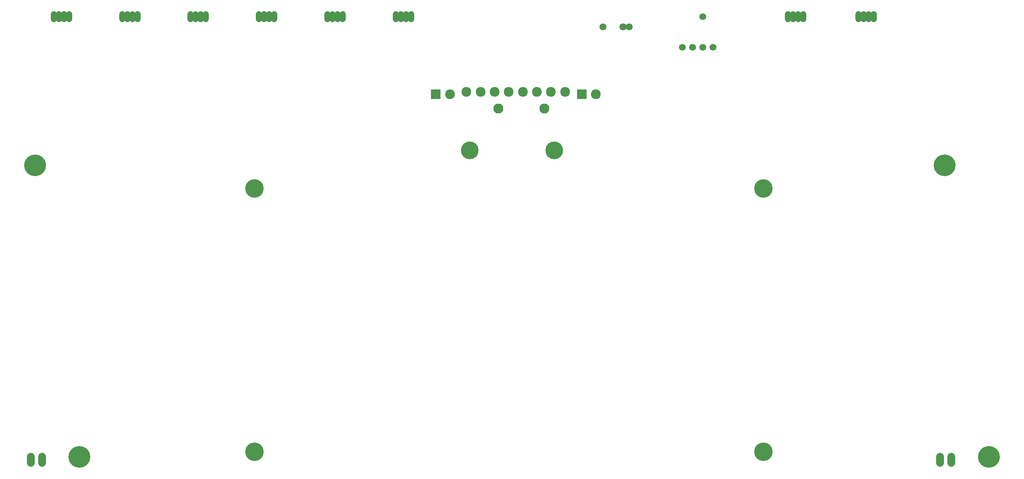
<source format=gts>
G75*
%MOIN*%
%OFA0B0*%
%FSLAX24Y24*%
%IPPOS*%
%LPD*%
%AMOC8*
5,1,8,0,0,1.08239X$1,22.5*
%
%ADD10C,0.1811*%
%ADD11C,0.2126*%
%ADD12C,0.1732*%
%ADD13C,0.0669*%
%ADD14C,0.0957*%
%ADD15R,0.0957X0.0957*%
%ADD16C,0.0757*%
%ADD17C,0.0689*%
%ADD18C,0.0607*%
%ADD19OC8,0.0957*%
%ADD20C,0.0707*%
D10*
X024539Y009004D03*
X024539Y034791D03*
X074343Y034791D03*
X074343Y009004D03*
D11*
X096390Y008512D03*
X092059Y037055D03*
X007413Y008512D03*
X003083Y037055D03*
D12*
X045609Y038532D03*
X053876Y038532D03*
D13*
X066417Y048630D03*
X067417Y048630D03*
X068417Y048630D03*
X069417Y048630D03*
X068417Y051630D03*
D14*
X054927Y044249D03*
X053549Y044249D03*
X052171Y044249D03*
X050793Y044249D03*
X049415Y044249D03*
X048037Y044249D03*
X046659Y044249D03*
X045281Y044249D03*
X043658Y044018D03*
X057933Y044018D03*
D15*
X056555Y044018D03*
X042280Y044018D03*
D16*
X002639Y008517D02*
X002639Y007917D01*
X003739Y007917D02*
X003739Y008517D01*
X091615Y008536D02*
X091615Y007936D01*
X092715Y007936D02*
X092715Y008536D01*
D17*
X061197Y050630D03*
X058638Y050630D03*
D18*
X039856Y051405D02*
X039856Y051855D01*
X039356Y051855D02*
X039356Y051405D01*
X038856Y051405D02*
X038856Y051855D01*
X038356Y051855D02*
X038356Y051405D01*
X033163Y051405D02*
X033163Y051855D01*
X032663Y051855D02*
X032663Y051405D01*
X032163Y051405D02*
X032163Y051855D01*
X031663Y051855D02*
X031663Y051405D01*
X026471Y051405D02*
X026471Y051855D01*
X025971Y051855D02*
X025971Y051405D01*
X025471Y051405D02*
X025471Y051855D01*
X024971Y051855D02*
X024971Y051405D01*
X019778Y051405D02*
X019778Y051855D01*
X019278Y051855D02*
X019278Y051405D01*
X018778Y051405D02*
X018778Y051855D01*
X018278Y051855D02*
X018278Y051405D01*
X013085Y051405D02*
X013085Y051855D01*
X012585Y051855D02*
X012585Y051405D01*
X012085Y051405D02*
X012085Y051855D01*
X011585Y051855D02*
X011585Y051405D01*
X006392Y051405D02*
X006392Y051855D01*
X005892Y051855D02*
X005892Y051405D01*
X005392Y051405D02*
X005392Y051855D01*
X004892Y051855D02*
X004892Y051405D01*
X076742Y051405D02*
X076742Y051855D01*
X077242Y051855D02*
X077242Y051405D01*
X077742Y051405D02*
X077742Y051855D01*
X078242Y051855D02*
X078242Y051405D01*
X083632Y051405D02*
X083632Y051855D01*
X084132Y051855D02*
X084132Y051405D01*
X084632Y051405D02*
X084632Y051855D01*
X085132Y051855D02*
X085132Y051405D01*
D19*
X052917Y042630D03*
X048417Y042630D03*
D20*
X060605Y050630D03*
M02*

</source>
